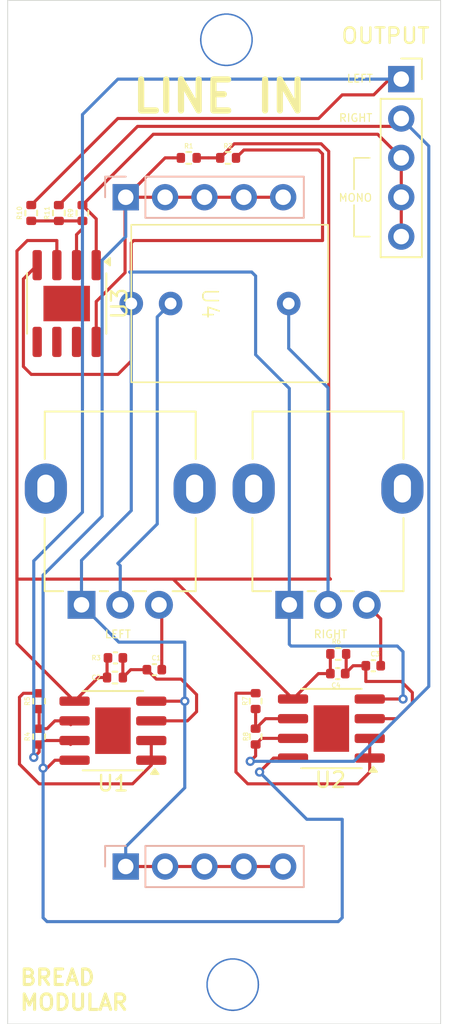
<source format=kicad_pcb>
(kicad_pcb (version 20240108) (generator "pcbnew") (generator_version "8.0")
  (layers (0 "F.Cu" signal) (31 "B.Cu" signal) (34 "B.Paste" user) (35 "F.Paste" user) (36 "B.SilkS" user "B.Silkscreen") (37 "F.SilkS" user "F.Silkscreen") (38 "B.Mask" user) (39 "F.Mask" user) (44 "Edge.Cuts" user))
  (net 0 "")
  (net 1 "GND")
  (net 2 "+5V")
  (net 3 "Net-(U1A-+)")
  (net 4 "IN L")
  (net 5 "Net-(U2A-+)")
  (net 6 "IN R")
  (net 7 "OUT_MONO")
  (net 8 "OUT_R")
  (net 9 "OUT_L")
  (net 10 "Net-(U2A--)")
  (net 11 "Net-(U1A--)")
  (net 12 "Net-(U2B--)")
  (net 13 "Net-(U1B--)")
  (net 14 "Net-(U3A--)")
  (net 15 "Net-(U4-TIP)")
  (net 16 "Net-(U4-RING)")
  (net 17 "2.5V")
  (footprint "Resistor_SMD:R_0402_1005Metric" (layer "F.Cu") (at 50.292 88.14 90)
    (property "Reference" "R4" (at 0 -0.762 90) (layer "F.SilkS") (effects (font (size 0.3 0.3) (thickness 0.05) (bold yes))))
    (property "Value" "100K")
    (fp_line (start -0.153641 -0.38) (end 0.153641 -0.38) (stroke (width 0.12)) (layer "F.SilkS"))
    (fp_line (start -0.153641 0.38) (end 0.153641 0.38) (stroke (width 0.12)) (layer "F.SilkS"))
    (pad "1" smd roundrect (at -0.51 0 90) (size 0.54 0.64) (layers "F.Cu" "F.Paste" "F.Mask") (net 9 "OUT_L"))
    (pad "2" smd roundrect (at 0.51 0 90) (size 0.54 0.64) (layers "F.Cu" "F.Paste" "F.Mask") (net 13 "Net-(U1B--)"))
  )
  (footprint "Package_SO:SOIC-8-1EP_3.9x4.9mm_P1.27mm_EP2.29x3mm" (layer "F.Cu") (at 52.07 60.198 -90)
    (property "Reference" "U3" (at 0 -3.4 90) (layer "F.SilkS"))
    (property "Value" "LM358")
    (fp_line (start 0 2.56) (end -1.95 2.56) (stroke (width 0.12)) (layer "F.SilkS"))
    (fp_line (start 0 2.56) (end 1.95 2.56) (stroke (width 0.12)) (layer "F.SilkS"))
    (fp_line (start 0 -2.56) (end -1.95 -2.56) (stroke (width 0.12)) (layer "F.SilkS"))
    (fp_line (start 0 -2.56) (end 1.95 -2.56) (stroke (width 0.12)) (layer "F.SilkS"))
    (fp_poly (pts (xy -2.7 -2.465) (xy -2.94 -2.795) (xy -2.46 -2.795) (xy -2.7 -2.465)) (stroke (width 0.12)) (fill solid) (layer "F.SilkS"))
    (pad "1" smd roundrect (at -2.475 -1.905 270) (size 1.95 0.6) (layers "F.Cu" "F.Paste" "F.Mask") (net 7 "OUT_MONO"))
    (pad "2" smd roundrect (at -2.475 -0.635 270) (size 1.95 0.6) (layers "F.Cu" "F.Paste" "F.Mask") (net 14 "Net-(U3A--)"))
    (pad "3" smd roundrect (at -2.475 0.635 270) (size 1.95 0.6) (layers "F.Cu" "F.Paste" "F.Mask") (net 17 "2.5V"))
    (pad "4" smd roundrect (at -2.475 1.905 270) (size 1.95 0.6) (layers "F.Cu" "F.Paste" "F.Mask") (net 1 "GND"))
    (pad "5" smd roundrect (at 2.475 1.905 270) (size 1.95 0.6) (layers "F.Cu" "F.Paste" "F.Mask"))
    (pad "6" smd roundrect (at 2.475 0.635 270) (size 1.95 0.6) (layers "F.Cu" "F.Paste" "F.Mask"))
    (pad "7" smd roundrect (at 2.475 -0.635 270) (size 1.95 0.6) (layers "F.Cu" "F.Paste" "F.Mask"))
    (pad "8" smd roundrect (at 2.475 -1.905 270) (size 1.95 0.6) (layers "F.Cu" "F.Paste" "F.Mask") (net 2 "+5V"))
    (pad "9" smd rect (at 0 0 270) (size 2.29 3) (property pad_prop_heatsink) (layers "F.Cu" "F.Mask"))
  )
  (footprint "Connector_PinSocket_2.54mm:PinSocket_1x05_P2.54mm_Vertical" (layer "F.Cu") (at 73.66 45.72)
    (property "Reference" "OUTPUT" (at -1.016 -2.794 0) (layer "F.SilkS"))
    (property "Value" "Outputs" (hide yes))
    (fp_line (start -1.33 1.27) (end -1.33 11.49) (stroke (width 0.12)) (layer "F.SilkS"))
    (fp_line (start -1.33 1.27) (end 1.33 1.27) (stroke (width 0.12)) (layer "F.SilkS"))
    (fp_line (start -1.33 11.49) (end 1.33 11.49) (stroke (width 0.12)) (layer "F.SilkS"))
    (fp_line (start 0 -1.33) (end 1.33 -1.33) (stroke (width 0.12)) (layer "F.SilkS"))
    (fp_line (start 1.33 -1.33) (end 1.33 0) (stroke (width 0.12)) (layer "F.SilkS"))
    (fp_line (start 1.33 1.27) (end 1.33 11.49) (stroke (width 0.12)) (layer "F.SilkS"))
    (pad "1" thru_hole rect (at 0 0) (size 1.7 1.7) (drill 1) (layers "*.Cu" "*.Mask") (net 9 "OUT_L"))
    (pad "2" thru_hole oval (at 0 2.54) (size 1.7 1.7) (drill 1) (layers "*.Cu" "*.Mask") (net 8 "OUT_R"))
    (pad "3" thru_hole oval (at 0 5.08) (size 1.7 1.7) (drill 1) (layers "*.Cu" "*.Mask") (net 7 "OUT_MONO"))
    (pad "4" thru_hole oval (at 0 7.62) (size 1.7 1.7) (drill 1) (layers "*.Cu" "*.Mask") (net 7 "OUT_MONO"))
    (pad "5" thru_hole oval (at 0 10.16) (size 1.7 1.7) (drill 1) (layers "*.Cu" "*.Mask") (net 7 "OUT_MONO"))
  )
  (footprint "Potentiometer_THT:Potentiometer_Alpha_RD901F-40-00D_Single_Vertical" (layer "F.Cu") (at 66.435 79.636 90)
    (property "Reference" "RIGHT" (at -1.898 2.653 0) (layer "F.SilkS") (effects (font (size 0.5 0.5) (thickness 0.075))))
    (property "Value" "100K")
    (fp_line (start 0.88 -2.38) (end 5.6 -2.38) (stroke (width 0.12)) (layer "F.SilkS"))
    (fp_line (start 9.41 -2.37) (end 12.47 -2.37) (stroke (width 0.12)) (layer "F.SilkS"))
    (fp_line (start 0.88 -1.19) (end 0.88 -2.37) (stroke (width 0.12)) (layer "F.SilkS"))
    (fp_line (start 0.88 1.71) (end 0.88 1.18) (stroke (width 0.12)) (layer "F.SilkS"))
    (fp_line (start 0.88 4.16) (end 0.88 3.33) (stroke (width 0.12)) (layer "F.SilkS"))
    (fp_line (start 12.47 7.37) (end 12.47 -2.37) (stroke (width 0.12)) (layer "F.SilkS"))
    (fp_line (start 9.41 7.37) (end 12.47 7.37) (stroke (width 0.12)) (layer "F.SilkS"))
    (fp_line (start 0.88 7.37) (end 0.88 5.88) (stroke (width 0.12)) (layer "F.SilkS"))
    (fp_line (start 0.88 7.37) (end 5.6 7.37) (stroke (width 0.12)) (layer "F.SilkS"))
    (pad "" thru_hole oval (at 7.5 -2.3 180) (size 2.72 3.24) (drill oval 1.1 1.8) (layers "*.Cu" "*.Mask"))
    (pad "" thru_hole oval (at 7.5 7.3 180) (size 2.72 3.24) (drill oval 1.1 1.8) (layers "*.Cu" "*.Mask"))
    (pad "1" thru_hole rect (at 0 0 180) (size 1.8 1.8) (drill 1) (layers "*.Cu" "*.Mask") (net 1 "GND"))
    (pad "2" thru_hole circle (at 0 2.5 180) (size 1.8 1.8) (drill 1) (layers "*.Cu" "*.Mask") (net 16 "Net-(U4-RING)"))
    (pad "3" thru_hole circle (at 0 5 180) (size 1.8 1.8) (drill 1) (layers "*.Cu" "*.Mask") (net 6 "IN R"))
  )
  (footprint "Footprints:Audio_Socket_TRS_3.5mm" (layer "F.Cu") (at 61.316 60.198 -90)
    (property "Reference" "U4" (at 0 0 -90) (layer "F.SilkS") (effects (font (thickness 0.1))))
    (property "Value" "~")
    (fp_line (start -5.08 5.08) (end 5.08 5.08) (stroke (width 0.1)) (layer "F.SilkS"))
    (fp_line (start 5.08 5.08) (end 5.08 -7.62) (stroke (width 0.1)) (layer "F.SilkS"))
    (fp_line (start -5.08 -7.62) (end -5.08 5.08) (stroke (width 0.1)) (layer "F.SilkS"))
    (fp_line (start -5.08 -7.62) (end 5.08 -7.62) (stroke (width 0.1)) (layer "F.SilkS"))
    (pad "1" thru_hole circle (at 0 2.54 180) (size 1.524 1.524) (drill 0.762) (layers "*.Cu" "*.Mask") (net 15 "Net-(U4-TIP)"))
    (pad "2" thru_hole circle (at 0 -5.08 180) (size 1.524 1.524) (drill 0.762) (layers "*.Cu" "*.Mask") (net 16 "Net-(U4-RING)"))
    (pad "3" thru_hole circle (at 0 5.08 180) (size 1.524 1.524) (drill 0.762) (layers "*.Cu" "*.Mask") (net 1 "GND"))
  )
  (footprint "Resistor_SMD:R_0402_1005Metric" (layer "F.Cu") (at 50.292 85.852 90)
    (property "Reference" "R5" (at 0 -0.762 90) (layer "F.SilkS") (effects (font (size 0.3 0.3) (thickness 0.05) (bold yes))))
    (property "Value" "10K")
    (fp_line (start -0.153641 -0.38) (end 0.153641 -0.38) (stroke (width 0.12)) (layer "F.SilkS"))
    (fp_line (start -0.153641 0.38) (end 0.153641 0.38) (stroke (width 0.12)) (layer "F.SilkS"))
    (pad "1" smd roundrect (at -0.51 0 90) (size 0.54 0.64) (layers "F.Cu" "F.Paste" "F.Mask") (net 13 "Net-(U1B--)"))
    (pad "2" smd roundrect (at 0.51 0 90) (size 0.54 0.64) (layers "F.Cu" "F.Paste" "F.Mask") (net 11 "Net-(U1A--)"))
  )
  (footprint "Resistor_SMD:R_0402_1005Metric" (layer "F.Cu") (at 62.486 50.8)
    (property "Reference" "R2" (at 0 -0.762 0) (layer "F.SilkS") (effects (font (size 0.3 0.3) (thickness 0.05) (bold yes))))
    (property "Value" "1K")
    (fp_line (start -0.153641 -0.38) (end 0.153641 -0.38) (stroke (width 0.12)) (layer "F.SilkS"))
    (fp_line (start -0.153641 0.38) (end 0.153641 0.38) (stroke (width 0.12)) (layer "F.SilkS"))
    (pad "1" smd roundrect (at -0.51 0) (size 0.54 0.64) (layers "F.Cu" "F.Paste" "F.Mask") (net 17 "2.5V"))
    (pad "2" smd roundrect (at 0.51 0) (size 0.54 0.64) (layers "F.Cu" "F.Paste" "F.Mask") (net 1 "GND"))
  )
  (footprint "Resistor_SMD:R_0402_1005Metric" (layer "F.Cu") (at 49.784 54.354 -90)
    (property "Reference" "R10" (at 0.002 0.762 90) (layer "F.SilkS") (effects (font (size 0.3 0.3) (thickness 0.05) (bold yes))))
    (property "Value" "100K")
    (fp_line (start -0.153641 0.38) (end 0.153641 0.38) (stroke (width 0.12)) (layer "F.SilkS"))
    (fp_line (start -0.153641 -0.38) (end 0.153641 -0.38) (stroke (width 0.12)) (layer "F.SilkS"))
    (pad "1" smd roundrect (at -0.51 0 270) (size 0.54 0.64) (layers "F.Cu" "F.Paste" "F.Mask") (net 9 "OUT_L"))
    (pad "2" smd roundrect (at 0.51 0 270) (size 0.54 0.64) (layers "F.Cu" "F.Paste" "F.Mask") (net 14 "Net-(U3A--)"))
  )
  (footprint "Resistor_SMD:R_0402_1005Metric" (layer "F.Cu") (at 51.562 54.358 -90)
    (property "Reference" "R11" (at -0.002 0.762 90) (layer "F.SilkS") (effects (font (size 0.3 0.3) (thickness 0.05) (bold yes))))
    (property "Value" "100K")
    (fp_line (start -0.153641 0.38) (end 0.153641 0.38) (stroke (width 0.12)) (layer "F.SilkS"))
    (fp_line (start -0.153641 -0.38) (end 0.153641 -0.38) (stroke (width 0.12)) (layer "F.SilkS"))
    (pad "1" smd roundrect (at -0.51 0 270) (size 0.54 0.64) (layers "F.Cu" "F.Paste" "F.Mask") (net 8 "OUT_R"))
    (pad "2" smd roundrect (at 0.51 0 270) (size 0.54 0.64) (layers "F.Cu" "F.Paste" "F.Mask") (net 14 "Net-(U3A--)"))
  )
  (footprint "Capacitor_SMD:C_0402_1005Metric" (layer "F.Cu") (at 57.726 83.82)
    (property "Reference" "C1" (at 0.117225 -0.757203 0) (layer "F.SilkS") (effects (font (size 0.3 0.3) (thickness 0.05))))
    (property "Value" "0.1uf")
    (fp_line (start -0.107836 -0.36) (end 0.107836 -0.36) (stroke (width 0.12)) (layer "F.SilkS"))
    (fp_line (start -0.107836 0.36) (end 0.107836 0.36) (stroke (width 0.12)) (layer "F.SilkS"))
    (pad "1" smd roundrect (at -0.48 0) (size 0.56 0.62) (layers "F.Cu" "F.Paste" "F.Mask") (net 3 "Net-(U1A-+)"))
    (pad "2" smd roundrect (at 0.48 0) (size 0.56 0.62) (layers "F.Cu" "F.Paste" "F.Mask") (net 4 "IN L"))
  )
  (footprint "Resistor_SMD:R_0402_1005Metric" (layer "F.Cu") (at 59.946 50.8)
    (property "Reference" "R1" (at 0 -0.762 0) (layer "F.SilkS") (effects (font (size 0.3 0.3) (thickness 0.05) (bold yes))))
    (property "Value" "1K")
    (fp_line (start -0.153641 -0.38) (end 0.153641 -0.38) (stroke (width 0.12)) (layer "F.SilkS"))
    (fp_line (start -0.153641 0.38) (end 0.153641 0.38) (stroke (width 0.12)) (layer "F.SilkS"))
    (pad "1" smd roundrect (at -0.51 0) (size 0.54 0.64) (layers "F.Cu" "F.Paste" "F.Mask") (net 2 "+5V"))
    (pad "2" smd roundrect (at 0.51 0) (size 0.54 0.64) (layers "F.Cu" "F.Paste" "F.Mask") (net 17 "2.5V"))
  )
  (footprint "Resistor_SMD:R_0402_1005Metric" (layer "F.Cu") (at 64.262 88.136 90)
    (property "Reference" "R8" (at 0 -0.634 90) (layer "F.SilkS") (effects (font (size 0.3 0.3) (thickness 0.05) (bold yes))))
    (property "Value" "100K")
    (fp_line (start -0.153641 -0.38) (end 0.153641 -0.38) (stroke (width 0.12)) (layer "F.SilkS"))
    (fp_line (start -0.153641 0.38) (end 0.153641 0.38) (stroke (width 0.12)) (layer "F.SilkS"))
    (pad "1" smd roundrect (at -0.51 0 90) (size 0.54 0.64) (layers "F.Cu" "F.Paste" "F.Mask") (net 8 "OUT_R"))
    (pad "2" smd roundrect (at 0.51 0 90) (size 0.54 0.64) (layers "F.Cu" "F.Paste" "F.Mask") (net 12 "Net-(U2B--)"))
  )
  (footprint "Resistor_SMD:R_0402_1005Metric" (layer "F.Cu") (at 55.184 84.328 180)
    (property "Reference" "R3" (at 1.212 1.27 0) (layer "F.SilkS") (effects (font (size 0.3 0.3) (thickness 0.05) (bold yes))))
    (property "Value" "100K")
    (fp_line (start -0.153641 0.38) (end 0.153641 0.38) (stroke (width 0.12)) (layer "F.SilkS"))
    (fp_line (start -0.153641 -0.38) (end 0.153641 -0.38) (stroke (width 0.12)) (layer "F.SilkS"))
    (pad "1" smd roundrect (at -0.51 0 180) (size 0.54 0.64) (layers "F.Cu" "F.Paste" "F.Mask") (net 3 "Net-(U1A-+)"))
    (pad "2" smd roundrect (at 0.51 0 180) (size 0.54 0.64) (layers "F.Cu" "F.Paste" "F.Mask") (net 17 "2.5V"))
  )
  (footprint "Capacitor_SMD:C_0402_1005Metric" (layer "F.Cu") (at 69.564 84.074 180)
    (property "Reference" "C4" (at 0.117225 -0.757203 0) (layer "F.SilkS") (effects (font (size 0.3 0.3) (thickness 0.05))))
    (property "Value" "33pf")
    (fp_line (start -0.107836 0.36) (end 0.107836 0.36) (stroke (width 0.12)) (layer "F.SilkS"))
    (fp_line (start -0.107836 -0.36) (end 0.107836 -0.36) (stroke (width 0.12)) (layer "F.SilkS"))
    (pad "1" smd roundrect (at -0.48 0 180) (size 0.56 0.62) (layers "F.Cu" "F.Paste" "F.Mask") (net 5 "Net-(U2A-+)"))
    (pad "2" smd roundrect (at 0.48 0 180) (size 0.56 0.62) (layers "F.Cu" "F.Paste" "F.Mask") (net 17 "2.5V"))
  )
  (footprint "Resistor_SMD:R_0402_1005Metric" (layer "F.Cu") (at 69.594 82.804 180)
    (property "Reference" "R6" (at 0.118 0.804 0) (layer "F.SilkS") (effects (font (size 0.3 0.3) (thickness 0.05) (bold yes))))
    (property "Value" "100K")
    (fp_line (start -0.153641 0.38) (end 0.153641 0.38) (stroke (width 0.12)) (layer "F.SilkS"))
    (fp_line (start -0.153641 -0.38) (end 0.153641 -0.38) (stroke (width 0.12)) (layer "F.SilkS"))
    (pad "1" smd roundrect (at -0.51 0 180) (size 0.54 0.64) (layers "F.Cu" "F.Paste" "F.Mask") (net 5 "Net-(U2A-+)"))
    (pad "2" smd roundrect (at 0.51 0 180) (size 0.54 0.64) (layers "F.Cu" "F.Paste" "F.Mask") (net 17 "2.5V"))
  )
  (footprint "Potentiometer_THT:Potentiometer_Alpha_RD901F-40-00D_Single_Vertical" (layer "F.Cu") (at 53.025 79.636 90)
    (property "Reference" "LEFT" (at -1.898 2.347 0) (layer "F.SilkS") (effects (font (size 0.5 0.5) (thickness 0.075))))
    (property "Value" "100K")
    (fp_line (start 0.88 -2.38) (end 5.6 -2.38) (stroke (width 0.12)) (layer "F.SilkS"))
    (fp_line (start 9.41 -2.37) (end 12.47 -2.37) (stroke (width 0.12)) (layer "F.SilkS"))
    (fp_line (start 0.88 -1.19) (end 0.88 -2.37) (stroke (width 0.12)) (layer "F.SilkS"))
    (fp_line (start 0.88 1.71) (end 0.88 1.18) (stroke (width 0.12)) (layer "F.SilkS"))
    (fp_line (start 0.88 4.16) (end 0.88 3.33) (stroke (width 0.12)) (layer "F.SilkS"))
    (fp_line (start 12.47 7.37) (end 12.47 -2.37) (stroke (width 0.12)) (layer "F.SilkS"))
    (fp_line (start 9.41 7.37) (end 12.47 7.37) (stroke (width 0.12)) (layer "F.SilkS"))
    (fp_line (start 0.88 7.37) (end 0.88 5.88) (stroke (width 0.12)) (layer "F.SilkS"))
    (fp_line (start 0.88 7.37) (end 5.6 7.37) (stroke (width 0.12)) (layer "F.SilkS"))
    (pad "" thru_hole oval (at 7.5 -2.3 180) (size 2.72 3.24) (drill oval 1.1 1.8) (layers "*.Cu" "*.Mask"))
    (pad "" thru_hole oval (at 7.5 7.3 180) (size 2.72 3.24) (drill oval 1.1 1.8) (layers "*.Cu" "*.Mask"))
    (pad "1" thru_hole rect (at 0 0 180) (size 1.8 1.8) (drill 1) (layers "*.Cu" "*.Mask") (net 1 "GND"))
    (pad "2" thru_hole circle (at 0 2.5 180) (size 1.8 1.8) (drill 1) (layers "*.Cu" "*.Mask") (net 15 "Net-(U4-TIP)"))
    (pad "3" thru_hole circle (at 0 5 180) (size 1.8 1.8) (drill 1) (layers "*.Cu" "*.Mask") (net 4 "IN L"))
  )
  (footprint "Capacitor_SMD:C_0402_1005Metric" (layer "F.Cu") (at 71.854 83.566)
    (property "Reference" "C3" (at 0.117225 -0.757203 0) (layer "F.SilkS") (effects (font (size 0.3 0.3) (thickness 0.05))))
    (property "Value" "0.1uf")
    (fp_line (start -0.107836 -0.36) (end 0.107836 -0.36) (stroke (width 0.12)) (layer "F.SilkS"))
    (fp_line (start -0.107836 0.36) (end 0.107836 0.36) (stroke (width 0.12)) (layer "F.SilkS"))
    (pad "1" smd roundrect (at -0.48 0) (size 0.56 0.62) (layers "F.Cu" "F.Paste" "F.Mask") (net 5 "Net-(U2A-+)"))
    (pad "2" smd roundrect (at 0.48 0) (size 0.56 0.62) (layers "F.Cu" "F.Paste" "F.Mask") (net 6 "IN R"))
  )
  (footprint "Package_SO:SOIC-8-1EP_3.9x4.9mm_P1.27mm_EP2.29x3mm" (layer "F.Cu") (at 55.053 87.757 180)
    (property "Reference" "U1" (at 0 -3.4 0) (layer "F.SilkS"))
    (property "Value" "LM358")
    (fp_line (start 0 2.56) (end 1.95 2.56) (stroke (width 0.12)) (layer "F.SilkS"))
    (fp_line (start 0 2.56) (end -1.95 2.56) (stroke (width 0.12)) (layer "F.SilkS"))
    (fp_line (start 0 -2.56) (end 1.95 -2.56) (stroke (width 0.12)) (layer "F.SilkS"))
    (fp_line (start 0 -2.56) (end -1.95 -2.56) (stroke (width 0.12)) (layer "F.SilkS"))
    (fp_poly (pts (xy -2.7 -2.465) (xy -2.94 -2.795) (xy -2.46 -2.795) (xy -2.7 -2.465)) (stroke (width 0.12)) (fill solid) (layer "F.SilkS"))
    (pad "1" smd roundrect (at -2.475 -1.905 180) (size 1.95 0.6) (layers "F.Cu" "F.Paste" "F.Mask") (net 11 "Net-(U1A--)"))
    (pad "2" smd roundrect (at -2.475 -0.635 180) (size 1.95 0.6) (layers "F.Cu" "F.Paste" "F.Mask") (net 11 "Net-(U1A--)"))
    (pad "3" smd roundrect (at -2.475 0.635 180) (size 1.95 0.6) (layers "F.Cu" "F.Paste" "F.Mask") (net 3 "Net-(U1A-+)"))
    (pad "4" smd roundrect (at -2.475 1.905 180) (size 1.95 0.6) (layers "F.Cu" "F.Paste" "F.Mask") (net 1 "GND"))
    (pad "5" smd roundrect (at 2.475 1.905 180) (size 1.95 0.6) (layers "F.Cu" "F.Paste" "F.Mask") (net 17 "2.5V"))
    (pad "6" smd roundrect (at 2.475 0.635 180) (size 1.95 0.6) (layers "F.Cu" "F.Paste" "F.Mask") (net 13 "Net-(U1B--)"))
    (pad "7" smd roundrect (at 2.475 -0.635 180) (size 1.95 0.6) (layers "F.Cu" "F.Paste" "F.Mask") (net 9 "OUT_L"))
    (pad "8" smd roundrect (at 2.475 -1.905 180) (size 1.95 0.6) (layers "F.Cu" "F.Paste" "F.Mask") (net 2 "+5V"))
    (pad "9" smd rect (at 0 0 180) (size 2.29 3) (property pad_prop_heatsink) (layers "F.Cu" "F.Mask"))
  )
  (footprint "Resistor_SMD:R_0402_1005Metric" (layer "F.Cu") (at 64.262 85.848 90)
    (property "Reference" "R7" (at 0 -0.676 90) (layer "F.SilkS") (effects (font (size 0.3 0.3) (thickness 0.05) (bold yes))))
    (property "Value" "10K")
    (fp_line (start -0.153641 -0.38) (end 0.153641 -0.38) (stroke (width 0.12)) (layer "F.SilkS"))
    (fp_line (start -0.153641 0.38) (end 0.153641 0.38) (stroke (width 0.12)) (layer "F.SilkS"))
    (pad "1" smd roundrect (at -0.51 0 90) (size 0.54 0.64) (layers "F.Cu" "F.Paste" "F.Mask") (net 12 "Net-(U2B--)"))
    (pad "2" smd roundrect (at 0.51 0 90) (size 0.54 0.64) (layers "F.Cu" "F.Paste" "F.Mask") (net 10 "Net-(U2A--)"))
  )
  (footprint "Resistor_SMD:R_0402_1005Metric" (layer "F.Cu") (at 53.086 54.358 90)
    (property "Reference" "R9" (at 0 -0.762 90) (layer "F.SilkS") (effects (font (size 0.3 0.3) (thickness 0.05) (bold yes))))
    (property "Value" "51K")
    (fp_line (start -0.153641 -0.38) (end 0.153641 -0.38) (stroke (width 0.12)) (layer "F.SilkS"))
    (fp_line (start -0.153641 0.38) (end 0.153641 0.38) (stroke (width 0.12)) (layer "F.SilkS"))
    (pad "1" smd roundrect (at -0.51 0 90) (size 0.54 0.64) (layers "F.Cu" "F.Paste" "F.Mask") (net 14 "Net-(U3A--)"))
    (pad "2" smd roundrect (at 0.51 0 90) (size 0.54 0.64) (layers "F.Cu" "F.Paste" "F.Mask") (net 7 "OUT_MONO"))
  )
  (footprint "Package_SO:SOIC-8-1EP_3.9x4.9mm_P1.27mm_EP2.29x3mm" (layer "F.Cu") (at 69.15 87.618 180)
    (property "Reference" "U2" (at 0.062 -3.314 360) (layer "F.SilkS"))
    (property "Value" "LM358")
    (fp_line (start 0 2.56) (end 1.95 2.56) (stroke (width 0.12)) (layer "F.SilkS"))
    (fp_line (start 0 2.56) (end -1.95 2.56) (stroke (width 0.12)) (layer "F.SilkS"))
    (fp_line (start 0 -2.56) (end 1.95 -2.56) (stroke (width 0.12)) (layer "F.SilkS"))
    (fp_line (start 0 -2.56) (end -1.95 -2.56) (stroke (width 0.12)) (layer "F.SilkS"))
    (fp_poly (pts (xy -2.7 -2.465) (xy -2.94 -2.795) (xy -2.46 -2.795) (xy -2.7 -2.465)) (stroke (width 0.12)) (fill solid) (layer "F.SilkS"))
    (pad "1" smd roundrect (at -2.475 -1.905 180) (size 1.95 0.6) (layers "F.Cu" "F.Paste" "F.Mask") (net 10 "Net-(U2A--)"))
    (pad "2" smd roundrect (at -2.475 -0.635 180) (size 1.95 0.6) (layers "F.Cu" "F.Paste" "F.Mask") (net 10 "Net-(U2A--)"))
    (pad "3" smd roundrect (at -2.475 0.635 180) (size 1.95 0.6) (layers "F.Cu" "F.Paste" "F.Mask") (net 5 "Net-(U2A-+)"))
    (pad "4" smd roundrect (at -2.475 1.905 180) (size 1.95 0.6) (layers "F.Cu" "F.Paste" "F.Mask") (net 1 "GND"))
    (pad "5" smd roundrect (at 2.475 1.905 180) (size 1.95 0.6) (layers "F.Cu" "F.Paste" "F.Mask") (net 17 "2.5V"))
    (pad "6" smd roundrect (at 2.475 0.635 180) (size 1.95 0.6) (layers "F.Cu" "F.Paste" "F.Mask") (net 12 "Net-(U2B--)"))
    (pad "7" smd roundrect (at 2.475 -0.635 180) (size 1.95 0.6) (layers "F.Cu" "F.Paste" "F.Mask") (net 8 "OUT_R"))
    (pad "8" smd roundrect (at 2.475 -1.905 180) (size 1.95 0.6) (layers "F.Cu" "F.Paste" "F.Mask") (net 2 "+5V"))
    (pad "9" smd rect (at 0 0 180) (size 2.29 3) (property pad_prop_heatsink) (layers "F.Cu" "F.Mask"))
  )
  (footprint "Capacitor_SMD:C_0402_1005Metric" (layer "F.Cu") (at 55.214 83.058 180)
    (property "Reference" "C2" (at 1.242 -1.27 360) (layer "F.SilkS") (effects (font (size 0.3 0.3) (thickness 0.05))))
    (property "Value" "33pf")
    (fp_line (start -0.107836 0.36) (end 0.107836 0.36) (stroke (width 0.12)) (layer "F.SilkS"))
    (fp_line (start -0.107836 -0.36) (end 0.107836 -0.36) (stroke (width 0.12)) (layer "F.SilkS"))
    (pad "1" smd roundrect (at -0.48 0 180) (size 0.56 0.62) (layers "F.Cu" "F.Paste" "F.Mask") (net 3 "Net-(U1A-+)"))
    (pad "2" smd roundrect (at 0.48 0 180) (size 0.56 0.62) (layers "F.Cu" "F.Paste" "F.Mask") (net 17 "2.5V"))
  )
  (footprint "Connector_PinHeader_2.54mm:PinHeader_1x05_P2.54mm_Vertical" (layer "B.Cu") (at 55.88 96.52 -90)
    (property "Reference" "GND1" (hide yes))
    (property "Value" "Conn_01x05_Pin")
    (fp_line (start -1.33 1.33) (end -1.33 0) (stroke (width 0.12)) (layer "B.SilkS"))
    (fp_line (start 0 1.33) (end -1.33 1.33) (stroke (width 0.12)) (layer "B.SilkS"))
    (fp_line (start 1.33 -1.27) (end -1.33 -1.27) (stroke (width 0.12)) (layer "B.SilkS"))
    (fp_line (start -1.33 -11.49) (end -1.33 -1.27) (stroke (width 0.12)) (layer "B.SilkS"))
    (fp_line (start 1.33 -11.49) (end 1.33 -1.27) (stroke (width 0.12)) (layer "B.SilkS"))
    (fp_line (start 1.33 -11.49) (end -1.33 -11.49) (stroke (width 0.12)) (layer "B.SilkS"))
    (pad "1" thru_hole rect (at 0 0 270) (size 1.7 1.7) (drill 1) (layers "*.Cu" "*.Mask") (net 1 "GND"))
    (pad "2" thru_hole oval (at 0 -2.54 270) (size 1.7 1.7) (drill 1) (layers "*.Cu" "*.Mask") (net 1 "GND"))
    (pad "3" thru_hole oval (at 0 -5.08 270) (size 1.7 1.7) (drill 1) (layers "*.Cu" "*.Mask") (net 1 "GND"))
    (pad "4" thru_hole oval (at 0 -7.62 270) (size 1.7 1.7) (drill 1) (layers "*.Cu" "*.Mask") (net 1 "GND"))
    (pad "5" thru_hole oval (at 0 -10.16 270) (size 1.7 1.7) (drill 1) (layers "*.Cu" "*.Mask") (net 1 "GND"))
  )
  (footprint "Connector_PinHeader_2.54mm:PinHeader_1x05_P2.54mm_Vertical" (layer "B.Cu") (at 55.88 53.34 -90)
    (property "Reference" "5V1" (hide yes))
    (property "Value" "Conn_01x05_Pin")
    (fp_line (start -1.33 1.33) (end -1.33 0) (stroke (width 0.12)) (layer "B.SilkS"))
    (fp_line (start 0 1.33) (end -1.33 1.33) (stroke (width 0.12)) (layer "B.SilkS"))
    (fp_line (start 1.33 -1.27) (end -1.33 -1.27) (stroke (width 0.12)) (layer "B.SilkS"))
    (fp_line (start -1.33 -11.49) (end -1.33 -1.27) (stroke (width 0.12)) (layer "B.SilkS"))
    (fp_line (start 1.33 -11.49) (end 1.33 -1.27) (stroke (width 0.12)) (layer "B.SilkS"))
    (fp_line (start 1.33 -11.49) (end -1.33 -11.49) (stroke (width 0.12)) (layer "B.SilkS"))
    (pad "1" thru_hole rect (at 0 0 270) (size 1.7 1.7) (drill 1) (layers "*.Cu" "*.Mask") (net 2 "+5V"))
    (pad "2" thru_hole oval (at 0 -2.54 270) (size 1.7 1.7) (drill 1) (layers "*.Cu" "*.Mask") (net 2 "+5V"))
    (pad "3" thru_hole oval (at 0 -5.08 270) (size 1.7 1.7) (drill 1) (layers "*.Cu" "*.Mask") (net 2 "+5V"))
    (pad "4" thru_hole oval (at 0 -7.62 270) (size 1.7 1.7) (drill 1) (layers "*.Cu" "*.Mask") (net 2 "+5V"))
    (pad "5" thru_hole oval (at 0 -10.16 270) (size 1.7 1.7) (drill 1) (layers "*.Cu" "*.Mask") (net 2 "+5V"))
  )
  (gr_line (start 58.928 77.978) (end 69.088 77.978) (stroke (width 0.2)) (layer "F.Cu") (net 17))
  (gr_line (start 70.612 50.8) (end 70.612 52.578) (stroke (width 0.1)) (layer "F.SilkS"))
  (gr_line (start 70.612 52.578) (end 70.612 52.832) (stroke (width 0.1)) (layer "F.SilkS"))
  (gr_line (start 70.612 55.88) (end 71.628 55.88) (stroke (width 0.1)) (layer "F.SilkS"))
  (gr_line (start 70.612 53.848) (end 70.612 55.88) (stroke (width 0.1)) (layer "F.SilkS"))
  (gr_line (start 70.612 50.8) (end 71.628 50.8) (stroke (width 0.1)) (layer "F.SilkS"))
  (gr_line (start 48.26 106.68) (end 76.2 106.68) (stroke (width 0.05)) (layer "Edge.Cuts"))
  (gr_line (start 48.26 104.14) (end 48.26 106.68) (stroke (width 0.05)) (layer "Edge.Cuts"))
  (gr_line (start 76.2 40.64) (end 48.26 40.64) (stroke (width 0.05)) (layer "Edge.Cuts"))
  (gr_line (start 48.26 40.64) (end 48.26 104.14) (stroke (width 0.05)) (layer "Edge.Cuts"))
  (gr_line (start 76.2 106.68) (end 76.2 40.64) (stroke (width 0.05)) (layer "Edge.Cuts"))
  (gr_text "LINE IN" (at 56.134 48.006 0) (layer "F.SilkS") (effects (font (size 2 2) (thickness 0.4) (bold yes)) (justify left bottom)))
  (gr_text "MONO" (at 69.576988 53.664993 0) (layer "F.SilkS") (effects (font (size 0.5 0.5) (thickness 0.075)) (justify left bottom)))
  (gr_text "RIGHT" (at 69.596 48.514 0) (layer "F.SilkS") (effects (font (size 0.5 0.5) (thickness 0.075)) (justify left bottom)))
  (gr_text "LEFT" (at 70.104 45.974 0) (layer "F.SilkS") (effects (font (size 0.5 0.5) (thickness 0.075)) (justify left bottom)))
  (gr_text "BREAD\nMODULAR" (at 48.961825 105.873932 0) (layer "F.SilkS") (effects (font (size 1 1) (thickness 0.2) (bold yes)) (justify left bottom)))
  (via (at 62.37758 43.18) (size 3.4) (drill 3.2) (layers "F.Cu" "B.Cu") (net 0))
  (via (at 62.784908 104.14) (size 3.4) (drill 3.2) (layers "F.Cu" "B.Cu") (net 0))
  (via (at 62.37758 43.18) (size 3.4) (drill 3.2) (layers "F.Cu" "B.Cu") (net 0))
  (via (at 62.784908 104.14) (size 3.4) (drill 3.2) (layers "F.Cu" "B.Cu") (net 0))
  (via (at 62.784908 104.14) (size 3.4) (drill 3.2) (layers "F.Cu" "B.Cu") (net 0))
  (via (at 62.784908 104.14) (size 3.4) (drill 3.2) (layers "F.Cu" "B.Cu") (net 0))
  (via (at 62.37758 43.18) (size 3.4) (drill 3.2) (layers "F.Cu" "B.Cu") (net 0))
  (via (at 62.37758 43.18) (size 3.4) (drill 3.2) (layers "F.Cu" "B.Cu") (net 0))
  (segment (start 49.276 58.612) (end 49.276 64.262) (width 0.2) (layer "F.Cu") (net 1))
  (segment (start 68.326 50.292) (end 63.504 50.292) (width 0.2) (layer "F.Cu") (net 1))
  (segment (start 56.236 63.906) (end 56.236 60.198) (width 0.2) (layer "F.Cu") (net 1))
  (segment (start 49.276 64.262) (end 49.784 64.77) (width 0.2) (layer "F.Cu") (net 1))
  (segment (start 55.88 96.52) (end 66.04 96.52) (width 0.2) (layer "F.Cu") (net 1))
  (segment (start 56.388 56.134) (end 68.58 56.134) (width 0.2) (layer "F.Cu") (net 1))
  (segment (start 56.236 60.198) (end 56.236 56.286) (width 0.2) (layer "F.Cu") (net 1))
  (segment (start 68.58 50.546) (end 68.326 50.292) (width 0.2) (layer "F.Cu") (net 1))
  (segment (start 50.165 57.723) (end 49.276 58.612) (width 0.2) (layer "F.Cu") (net 1))
  (segment (start 57.528 85.852) (end 59.69 85.852) (width 0.2) (layer "F.Cu") (net 1))
  (segment (start 56.236 56.286) (end 56.388 56.134) (width 0.2) (layer "F.Cu") (net 1))
  (segment (start 68.58 56.134) (end 68.58 50.546) (width 0.2) (layer "F.Cu") (net 1))
  (segment (start 49.784 64.77) (end 55.372 64.77) (width 0.2) (layer "F.Cu") (net 1))
  (segment (start 71.625 85.713) (end 73.775 85.713) (width 0.2) (layer "F.Cu") (net 1))
  (segment (start 63.504 50.292) (end 62.996 50.8) (width 0.2) (layer "F.Cu") (net 1))
  (segment (start 55.372 64.77) (end 56.236 63.906) (width 0.2) (layer "F.Cu") (net 1))
  (via (at 59.69 85.852) (size 0.6) (drill 0.3) (layers "F.Cu" "B.Cu") (net 1))
  (via (at 73.775 85.713) (size 0.6) (drill 0.3) (layers "F.Cu" "B.Cu") (net 1))
  (segment (start 73.775 85.713) (end 73.775 82.665) (width 0.2) (layer "B.Cu") (net 1))
  (segment (start 73.775 82.665) (end 73.406 82.296) (width 0.2) (layer "B.Cu") (net 1))
  (segment (start 64.008 58.166) (end 56.134 58.166) (width 0.2) (layer "B.Cu") (net 1))
  (segment (start 66.435 79.636) (end 66.435 65.673) (width 0.2) (layer "B.Cu") (net 1))
  (segment (start 56.236 73.558) (end 53.025 76.769) (width 0.2) (layer "B.Cu") (net 1))
  (segment (start 59.69 91.44) (end 55.88 95.25) (width 0.2) (layer "B.Cu") (net 1))
  (segment (start 55.431 82.042) (end 59.69 82.042) (width 0.2) (layer "B.Cu") (net 1))
  (segment (start 66.435 82.183) (end 66.435 79.636) (width 0.2) (layer "B.Cu") (net 1))
  (segment (start 59.69 82.042) (end 59.69 85.852) (width 0.2) (layer "B.Cu") (net 1))
  (segment (start 64.262 58.42) (end 64.008 58.166) (width 0.2) (layer "B.Cu") (net 1))
  (segment (start 56.236 60.198) (end 56.236 73.558) (width 0.2) (layer "B.Cu") (net 1))
  (segment (start 66.435 65.673) (end 64.262 63.5) (width 0.2) (layer "B.Cu") (net 1))
  (segment (start 53.025 79.636) (end 55.431 82.042) (width 0.2) (layer "B.Cu") (net 1))
  (segment (start 64.262 63.5) (end 64.262 58.42) (width 0.2) (layer "B.Cu") (net 1))
  (segment (start 53.025 76.769) (end 53.025 79.636) (width 0.2) (layer "B.Cu") (net 1))
  (segment (start 59.69 85.852) (end 59.69 91.44) (width 0.2) (layer "B.Cu") (net 1))
  (segment (start 55.88 95.25) (end 55.88 96.52) (width 0.2) (layer "B.Cu") (net 1))
  (segment (start 73.406 82.296) (end 66.548 82.296) (width 0.2) (layer "B.Cu") (net 1))
  (segment (start 56.236 58.268) (end 56.236 60.198) (width 0.2) (layer "B.Cu") (net 1))
  (segment (start 66.548 82.296) (end 66.435 82.183) (width 0.2) (layer "B.Cu") (net 1))
  (segment (start 56.134 58.166) (end 56.236 58.268) (width 0.2) (layer "B.Cu") (net 1))
  (segment (start 58.42 50.8) (end 55.88 53.34) (width 0.2) (layer "F.Cu") (net 2))
  (segment (start 55.88 53.34) (end 66.04 53.34) (width 0.2) (layer "F.Cu") (net 2))
  (segment (start 59.436 50.8) (end 58.928 50.8) (width 0.2) (layer "F.Cu") (net 2))
  (segment (start 58.928 50.8) (end 58.42 50.8) (width 0.2) (layer "F.Cu") (net 2))
  (segment (start 66.675 89.523) (end 65.417 89.523) (width 0.2) (layer "F.Cu") (net 2))
  (segment (start 51.308 89.662) (end 52.578 89.662) (width 0.2) (layer "F.Cu") (net 2))
  (segment (start 50.546 90.17) (end 50.8 90.17) (width 0.2) (layer "F.Cu") (net 2))
  (segment (start 65.417 89.523) (end 64.516 90.424) (width 0.2) (layer "F.Cu") (net 2))
  (segment (start 53.975 62.673) (end 53.975 60.071) (width 0.2) (layer "F.Cu") (net 2))
  (segment (start 55.836 58.21) (end 55.836 53.384) (width 0.2) (layer "F.Cu") (net 2))
  (segment (start 53.975 60.071) (end 55.836 58.21) (width 0.2) (layer "F.Cu") (net 2))
  (segment (start 50.8 90.17) (end 51.308 89.662) (width 0.2) (layer "F.Cu") (net 2))
  (segment (start 55.836 53.384) (end 55.88 53.34) (width 0.2) (layer "F.Cu") (net 2))
  (via (at 64.516 90.424) (size 0.6) (drill 0.3) (layers "F.Cu" "B.Cu") (net 2))
  (via (at 50.546 90.17) (size 0.6) (drill 0.3) (layers "F.Cu" "B.Cu") (net 2))
  (segment (start 50.546 99.822) (end 50.546 90.17) (width 0.2) (layer "B.Cu") (net 2))
  (segment (start 50.8 100.076) (end 50.546 99.822) (width 0.2) (layer "B.Cu") (net 2))
  (segment (start 69.85 93.472) (end 69.85 99.822) (width 0.2) (layer "B.Cu") (net 2))
  (segment (start 50.546 90.17) (end 50.546 77.724) (width 0.2) (layer "B.Cu") (net 2))
  (segment (start 54.356 57.404) (end 55.88 55.88) (width 0.2) (layer "B.Cu") (net 2))
  (segment (start 69.596 100.076) (end 50.8 100.076) (width 0.2) (layer "B.Cu") (net 2))
  (segment (start 54.356 73.914) (end 54.356 57.404) (width 0.2) (layer "B.Cu") (net 2))
  (segment (start 69.85 99.822) (end 69.596 100.076) (width 0.2) (layer "B.Cu") (net 2))
  (segment (start 50.546 77.724) (end 54.356 73.914) (width 0.2) (layer "B.Cu") (net 2))
  (segment (start 55.88 55.88) (end 55.88 53.34) (width 0.2) (layer "B.Cu") (net 2))
  (segment (start 64.516 90.424) (end 67.564 93.472) (width 0.2) (layer "B.Cu") (net 2))
  (segment (start 67.564 93.472) (end 69.85 93.472) (width 0.2) (layer "B.Cu") (net 2))
  (segment (start 56.202 83.82) (end 55.694 84.328) (width 0.2) (layer "F.Cu") (net 3))
  (segment (start 59.454264 84.43) (end 57.856 84.43) (width 0.2) (layer "F.Cu") (net 3))
  (segment (start 55.694 83.058) (end 55.694 84.328) (width 0.2) (layer "F.Cu") (net 3))
  (segment (start 57.528 87.122) (end 59.860264 87.122) (width 0.2) (layer "F.Cu") (net 3))
  (segment (start 59.860264 87.122) (end 60.452 86.530264) (width 0.2) (layer "F.Cu") (net 3))
  (segment (start 60.452 85.427736) (end 59.454264 84.43) (width 0.2) (layer "F.Cu") (net 3))
  (segment (start 57.856 84.43) (end 57.246 83.82) (width 0.2) (layer "F.Cu") (net 3))
  (segment (start 57.246 83.82) (end 56.202 83.82) (width 0.2) (layer "F.Cu") (net 3))
  (segment (start 60.452 86.530264) (end 60.452 85.427736) (width 0.2) (layer "F.Cu") (net 3))
  (segment (start 58.206 79.817) (end 58.025 79.636) (width 0.2) (layer "F.Cu") (net 4))
  (segment (start 58.206 83.82) (end 58.206 79.817) (width 0.2) (layer "F.Cu") (net 4))
  (segment (start 73.353529 86.983) (end 74.375 85.961529) (width 0.2) (layer "F.Cu") (net 5))
  (segment (start 73.66 84.582) (end 71.374 84.582) (width 0.2) (layer "F.Cu") (net 5))
  (segment (start 71.374 84.582) (end 71.374 83.566) (width 0.2) (layer "F.Cu") (net 5))
  (segment (start 74.375 85.961529) (end 74.375 85.297) (width 0.2) (layer "F.Cu") (net 5))
  (segment (start 70.552 83.566) (end 70.044 84.074) (width 0.2) (layer "F.Cu") (net 5))
  (segment (start 70.104 82.804) (end 70.104 84.014) (width 0.2) (layer "F.Cu") (net 5))
  (segment (start 70.104 84.014) (end 70.044 84.074) (width 0.2) (layer "F.Cu") (net 5))
  (segment (start 71.374 83.566) (end 70.552 83.566) (width 0.2) (layer "F.Cu") (net 5))
  (segment (start 71.625 86.983) (end 73.353529 86.983) (width 0.2) (layer "F.Cu") (net 5))
  (segment (start 74.375 85.297) (end 73.66 84.582) (width 0.2) (layer "F.Cu") (net 5))
  (segment (start 72.334 80.535) (end 71.435 79.636) (width 0.2) (layer "F.Cu") (net 6))
  (segment (start 72.334 83.566) (end 72.334 80.535) (width 0.2) (layer "F.Cu") (net 6))
  (segment (start 53.086 53.848) (end 57.658 49.276) (width 0.2) (layer "F.Cu") (net 7))
  (segment (start 53.086 53.848) (end 53.975 54.737) (width 0.2) (layer "F.Cu") (net 7))
  (segment (start 57.658 49.276) (end 72.136 49.276) (width 0.2) (layer "F.Cu") (net 7))
  (segment (start 53.975 54.737) (end 53.975 57.723) (width 0.2) (layer "F.Cu") (net 7))
  (segment (start 72.136 49.276) (end 73.66 50.8) (width 0.2) (layer "F.Cu") (net 7))
  (segment (start 73.66 50.8) (end 73.66 55.88) (width 0.2) (layer "F.Cu") (net 7))
  (segment (start 56.642 48.768) (end 51.562 53.848) (width 0.2) (layer "F.Cu") (net 8))
  (segment (start 73.66 48.26) (end 73.152 48.768) (width 0.2) (layer "F.Cu") (net 8))
  (segment (start 64.262 89.386246) (end 63.916 89.732246) (width 0.2) (layer "F.Cu") (net 8))
  (segment (start 73.152 48.768) (end 56.642 48.768) (width 0.2) (layer "F.Cu") (net 8))
  (segment (start 64.262 88.646) (end 64.262 89.386246) (width 0.2) (layer "F.Cu") (net 8))
  (segment (start 64.655 88.253) (end 64.262 88.646) (width 0.2) (layer "F.Cu") (net 8))
  (segment (start 66.675 88.253) (end 64.655 88.253) (width 0.2) (layer "F.Cu") (net 8))
  (via (at 63.916 89.732246) (size 0.6) (drill 0.3) (layers "F.Cu" "B.Cu") (net 8))
  (segment (start 70.604283 89.732246) (end 75.438 84.898529) (width 0.2) (layer "B.Cu") (net 8))
  (segment (start 75.438 50.038) (end 73.66 48.26) (width 0.2) (layer "B.Cu") (net 8))
  (segment (start 63.916 89.732246) (end 70.604283 89.732246) (width 0.2) (layer "B.Cu") (net 8))
  (segment (start 75.438 84.898529) (end 75.438 50.038) (width 0.2) (layer "B.Cu") (net 8))
  (segment (start 55.368 48.26) (end 68.326 48.26) (width 0.2) (layer "F.Cu") (net 9))
  (segment (start 50.292 89.132246) (end 49.946 89.478246) (width 0.2) (layer "F.Cu") (net 9))
  (segment (start 68.326 48.26) (end 69.85 46.736) (width 0.2) (layer "F.Cu") (net 9))
  (segment (start 69.85 46.736) (end 71.882 46.736) (width 0.2) (layer "F.Cu") (net 9))
  (segment (start 52.578 88.392) (end 50.55 88.392) (width 0.2) (layer "F.Cu") (net 9))
  (segment (start 72.898 45.72) (end 73.66 45.72) (width 0.2) (layer "F.Cu") (net 9))
  (segment (start 50.55 88.392) (end 50.292 88.65) (width 0.2) (layer "F.Cu") (net 9))
  (segment (start 71.882 46.736) (end 72.898 45.72) (width 0.2) (layer "F.Cu") (net 9))
  (segment (start 49.784 53.844) (end 55.368 48.26) (width 0.2) (layer "F.Cu") (net 9))
  (segment (start 52.32 88.65) (end 52.578 88.392) (width 0.2) (layer "F.Cu") (net 9))
  (segment (start 50.292 88.65) (end 50.292 89.132246) (width 0.2) (layer "F.Cu") (net 9))
  (via (at 49.946 89.478246) (size 0.6) (drill 0.3) (layers "F.Cu" "B.Cu") (net 9))
  (segment (start 53.086 48.006) (end 55.372 45.72) (width 0.2) (layer "B.Cu") (net 9))
  (segment (start 53.086 73.66) (end 53.086 48.006) (width 0.2) (layer "B.Cu") (net 9))
  (segment (start 55.372 45.72) (end 73.66 45.72) (width 0.2) (layer "B.Cu") (net 9))
  (segment (start 49.946 76.8) (end 53.086 73.66) (width 0.2) (layer "B.Cu") (net 9))
  (segment (start 49.946 89.478246) (end 49.946 76.8) (width 0.2) (layer "B.Cu") (net 9))
  (segment (start 71.625 90.427) (end 71.625 89.523) (width 0.2) (layer "F.Cu") (net 10))
  (segment (start 62.992 85.344) (end 62.992 90.424) (width 0.2) (layer "F.Cu") (net 10))
  (segment (start 64.262 85.338) (end 62.998 85.338) (width 0.2) (layer "F.Cu") (net 10))
  (segment (start 63.754 91.186) (end 70.866 91.186) (width 0.2) (layer "F.Cu") (net 10))
  (segment (start 71.625 88.253) (end 71.625 89.523) (width 0.2) (layer "F.Cu") (net 10))
  (segment (start 70.866 91.186) (end 71.625 90.427) (width 0.2) (layer "F.Cu") (net 10))
  (segment (start 62.998 85.338) (end 62.992 85.344) (width 0.2) (layer "F.Cu") (net 10))
  (segment (start 62.992 90.424) (end 63.754 91.186) (width 0.2) (layer "F.Cu") (net 10))
  (segment (start 57.528 89.981) (end 57.528 89.662) (width 0.2) (layer "F.Cu") (net 11))
  (segment (start 50.292 85.342) (end 49.276 85.342) (width 0.2) (layer "F.Cu") (net 11))
  (segment (start 49.022 89.916) (end 50.292 91.186) (width 0.2) (layer "F.Cu") (net 11))
  (segment (start 50.292 91.186) (end 56.323 91.186) (width 0.2) (layer "F.Cu") (net 11))
  (segment (start 49.276 85.342) (end 49.022 85.596) (width 0.2) (layer "F.Cu") (net 11))
  (segment (start 49.022 85.596) (end 49.022 89.916) (width 0.2) (layer "F.Cu") (net 11))
  (segment (start 56.323 91.186) (end 57.528 89.981) (width 0.2) (layer "F.Cu") (net 11))
  (segment (start 57.528 88.392) (end 57.528 89.662) (width 0.2) (layer "F.Cu") (net 11))
  (segment (start 64.905 86.983) (end 64.262 87.626) (width 0.2) (layer "F.Cu") (net 12))
  (segment (start 64.262 87.626) (end 64.262 86.358) (width 0.2) (layer "F.Cu") (net 12))
  (segment (start 66.675 86.983) (end 64.905 86.983) (width 0.2) (layer "F.Cu") (net 12))
  (segment (start 50.292 87.63) (end 50.292 86.362) (width 0.2) (layer "F.Cu") (net 13))
  (segment (start 50.292 87.63) (end 50.8 87.63) (width 0.2) (layer "F.Cu") (net 13))
  (segment (start 50.8 87.63) (end 51.308 87.122) (width 0.2) (layer "F.Cu") (net 13))
  (segment (start 51.308 87.122) (end 52.578 87.122) (width 0.2) (layer "F.Cu") (net 13))
  (segment (start 52.328 87.372) (end 52.578 87.122) (width 0.2) (layer "F.Cu") (net 13))
  (segment (start 53.086 54.868) (end 49.788 54.868) (width 0.2) (layer "F.Cu") (net 14))
  (segment (start 52.705 55.753) (end 52.705 57.723) (width 0.2) (layer "F.Cu") (net 14))
  (segment (start 49.788 54.868) (end 49.784 54.864) (width 0.2) (layer "F.Cu") (net 14))
  (segment (start 53.086 55.372) (end 52.705 55.753) (width 0.2) (layer "F.Cu") (net 14))
  (segment (start 53.086 54.868) (end 53.086 55.372) (width 0.2) (layer "F.Cu") (net 14))
  (segment (start 57.912 61.062) (end 57.912 74.422) (width 0.2) (layer "B.Cu") (net 15))
  (segment (start 57.912 74.422) (end 55.372 76.962) (width 0.2) (layer "B.Cu") (net 15))
  (segment (start 58.776 60.198) (end 57.912 61.062) (width 0.2) (layer "B.Cu") (net 15))
  (segment (start 55.372 76.962) (end 55.525 77.115) (width 0.2) (layer "B.Cu") (net 15))
  (segment (start 55.525 77.115) (end 55.525 79.636) (width 0.2) (layer "B.Cu") (net 15))
  (segment (start 68.935 65.633) (end 66.396 63.094) (width 0.2) (layer "B.Cu") (net 16))
  (segment (start 68.935 79.636) (end 68.935 65.633) (width 0.2) (layer "B.Cu") (net 16))
  (segment (start 66.396 63.094) (end 66.396 60.198) (width 0.2) (layer "B.Cu") (net 16))
  (segment (start 69.088 77.978) (end 68.98 77.87) (width 0.2) (layer "F.Cu") (net 17))
  (segment (start 69.084 82.804) (end 69.084 84.074) (width 0.2) (layer "F.Cu") (net 17))
  (segment (start 68.98 50.380314) (end 68.491686 49.892) (width 0.2) (layer "F.Cu") (net 17))
  (segment (start 62.884 49.892) (end 61.976 50.8) (width 0.2) (layer "F.Cu") (net 17))
  (segment (start 69.084 84.074) (end 68.314 84.074) (width 0.2) (layer "F.Cu") (net 17))
  (segment (start 61.214 50.8) (end 60.456 50.8) (width 0.2) (layer "F.Cu") (net 17))
  (segment (start 48.86 56.804) (end 48.86 76.8) (width 0.2) (layer "F.Cu") (net 17))
  (segment (start 48.86 76.8) (end 48.86 77.978) (width 0.2) (layer "F.Cu") (net 17))
  (segment (start 54.674 83.118) (end 54.734 83.058) (width 0.2) (layer "F.Cu") (net 17))
  (segment (start 51.435 57.723) (end 51.435 56.134) (width 0.2) (layer "F.Cu") (net 17))
  (segment (start 48.86 77.978) (end 58.94 77.978) (width 0.2) (layer "F.Cu") (net 17))
  (segment (start 68.491686 49.892) (end 62.884 49.892) (width 0.2) (layer "F.Cu") (net 17))
  (segment (start 54.674 84.328) (end 54.674 83.118) (width 0.2) (layer "F.Cu") (net 17))
  (segment (start 54.102 84.328) (end 52.578 85.852) (width 0.2) (layer "F.Cu") (net 17))
  (segment (start 48.86 82.134) (end 48.86 76.8) (width 0.2) (layer "F.Cu") (net 17))
  (segment (start 54.674 84.328) (end 54.102 84.328) (width 0.2) (layer "F.Cu") (net 17))
  (segment (start 52.578 85.852) (end 48.86 82.134) (width 0.2) (layer "F.Cu") (net 17))
  (segment (start 66.675 85.713) (end 58.94 77.978) (width 0.2) (layer "F.Cu") (net 17))
  (segment (start 58.94 77.978) (end 69.088 77.978) (width 0.2) (layer "F.Cu") (net 17))
  (segment (start 51.435 56.134) (end 49.53 56.134) (width 0.2) (layer "F.Cu") (net 17))
  (segment (start 61.976 50.8) (end 61.214 50.8) (width 0.2) (layer "F.Cu") (net 17))
  (segment (start 68.314 84.074) (end 66.675 85.713) (width 0.2) (layer "F.Cu") (net 17))
  (segment (start 49.53 56.134) (end 48.86 56.804) (width 0.2) (layer "F.Cu") (net 17))
  (segment (start 68.98 77.87) (end 68.98 50.380314) (width 0.2) (layer "F.Cu") (net 17))
)
</source>
